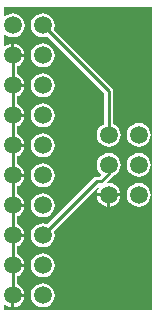
<source format=gtl>
G04 Layer_Physical_Order=1*
G04 Layer_Color=255*
%FSLAX44Y44*%
%MOMM*%
G71*
G01*
G75*
%ADD10C,0.2540*%
%ADD11C,1.5000*%
G36*
X510540Y641350D02*
X384810D01*
Y645641D01*
X386080Y646267D01*
X387367Y645280D01*
X389809Y644268D01*
X391160Y644091D01*
Y654050D01*
X392430D01*
Y655320D01*
X402389D01*
X402212Y656671D01*
X401200Y659113D01*
X399591Y661211D01*
X397493Y662820D01*
X396315Y663308D01*
Y670192D01*
X397493Y670680D01*
X399591Y672289D01*
X401200Y674387D01*
X402212Y676829D01*
X402389Y678180D01*
X392430D01*
Y680720D01*
X402389D01*
X402212Y682071D01*
X401200Y684513D01*
X399591Y686611D01*
X397493Y688220D01*
X396315Y688708D01*
Y695592D01*
X397493Y696080D01*
X399591Y697689D01*
X401200Y699787D01*
X402212Y702229D01*
X402389Y703580D01*
X392430D01*
Y706120D01*
X402389D01*
X402212Y707471D01*
X401200Y709913D01*
X399591Y712011D01*
X397493Y713620D01*
X396315Y714108D01*
Y720992D01*
X397493Y721480D01*
X399591Y723089D01*
X401200Y725187D01*
X402212Y727629D01*
X402389Y728980D01*
X392430D01*
Y731520D01*
X402389D01*
X402212Y732871D01*
X401200Y735313D01*
X399591Y737411D01*
X397493Y739020D01*
X396315Y739508D01*
Y746392D01*
X397493Y746880D01*
X399591Y748489D01*
X401200Y750587D01*
X402212Y753029D01*
X402389Y754380D01*
X392430D01*
Y756920D01*
X402389D01*
X402212Y758271D01*
X401200Y760713D01*
X399591Y762811D01*
X397493Y764420D01*
X396315Y764908D01*
Y771792D01*
X397493Y772280D01*
X399591Y773889D01*
X401200Y775987D01*
X402212Y778429D01*
X402389Y779780D01*
X392430D01*
Y782320D01*
X402389D01*
X402212Y783671D01*
X401200Y786113D01*
X399591Y788211D01*
X397493Y789820D01*
X396315Y790308D01*
Y797192D01*
X397493Y797680D01*
X399591Y799289D01*
X401200Y801387D01*
X402212Y803829D01*
X402389Y805180D01*
X392430D01*
Y807720D01*
X402389D01*
X402212Y809071D01*
X401200Y811513D01*
X399591Y813611D01*
X397493Y815220D01*
X396315Y815708D01*
Y822592D01*
X397493Y823080D01*
X399591Y824689D01*
X401200Y826787D01*
X402212Y829229D01*
X402389Y830580D01*
X392430D01*
Y833120D01*
X402389D01*
X402212Y834471D01*
X401200Y836913D01*
X399591Y839011D01*
X397493Y840620D01*
X396315Y841108D01*
Y847992D01*
X397493Y848480D01*
X399591Y850089D01*
X401200Y852187D01*
X402212Y854629D01*
X402389Y855980D01*
X392430D01*
Y857250D01*
X391160D01*
Y867209D01*
X389809Y867032D01*
X387367Y866020D01*
X386080Y865033D01*
X384810Y865659D01*
Y874241D01*
X386080Y874867D01*
X387367Y873880D01*
X389809Y872868D01*
X392430Y872523D01*
X395051Y872868D01*
X397493Y873880D01*
X399591Y875489D01*
X401200Y877587D01*
X402212Y880029D01*
X402557Y882650D01*
X402212Y885271D01*
X401200Y887713D01*
X399591Y889811D01*
X397493Y891420D01*
X395051Y892432D01*
X392430Y892777D01*
X389809Y892432D01*
X387367Y891420D01*
X386080Y890433D01*
X384810Y891059D01*
Y897890D01*
X510540D01*
Y641350D01*
D02*
G37*
%LPC*%
G36*
X472440Y737870D02*
X463751D01*
X463928Y736519D01*
X464940Y734077D01*
X466549Y731979D01*
X468647Y730370D01*
X471089Y729358D01*
X472440Y729181D01*
Y737870D01*
D02*
G37*
G36*
X499110Y749267D02*
X496489Y748922D01*
X494047Y747910D01*
X491949Y746301D01*
X490340Y744203D01*
X489328Y741761D01*
X488983Y739140D01*
X489328Y736519D01*
X490340Y734077D01*
X491949Y731979D01*
X494047Y730370D01*
X496489Y729358D01*
X499110Y729013D01*
X501731Y729358D01*
X504173Y730370D01*
X506271Y731979D01*
X507880Y734077D01*
X508892Y736519D01*
X509237Y739140D01*
X508892Y741761D01*
X507880Y744203D01*
X506271Y746301D01*
X504173Y747910D01*
X501731Y748922D01*
X499110Y749267D01*
D02*
G37*
G36*
X473710Y774667D02*
X471089Y774322D01*
X468647Y773310D01*
X466549Y771701D01*
X464940Y769603D01*
X463928Y767161D01*
X463583Y764540D01*
X463928Y761919D01*
X464940Y759477D01*
X466549Y757379D01*
X466988Y757042D01*
X467071Y755775D01*
X465751Y754455D01*
X463550D01*
X462063Y754159D01*
X460803Y753317D01*
X421630Y714143D01*
X420451Y714632D01*
X417830Y714977D01*
X415209Y714632D01*
X412767Y713620D01*
X410669Y712011D01*
X409060Y709913D01*
X408048Y707471D01*
X407703Y704850D01*
X408048Y702229D01*
X409060Y699787D01*
X410669Y697689D01*
X412767Y696080D01*
X415209Y695068D01*
X417830Y694723D01*
X420451Y695068D01*
X422893Y696080D01*
X424991Y697689D01*
X426600Y699787D01*
X427612Y702229D01*
X427957Y704850D01*
X427612Y707471D01*
X427123Y708650D01*
X464267Y745794D01*
X464527Y745751D01*
X465071Y744374D01*
X464940Y744203D01*
X463928Y741761D01*
X463751Y740410D01*
X473710D01*
X483669D01*
X483492Y741761D01*
X482480Y744203D01*
X480871Y746301D01*
X478773Y747910D01*
X476331Y748922D01*
X473710Y749267D01*
X473181Y749197D01*
X472620Y750336D01*
X476457Y754173D01*
X477046Y755054D01*
X478773Y755770D01*
X480871Y757379D01*
X482480Y759477D01*
X483492Y761919D01*
X483837Y764540D01*
X483492Y767161D01*
X482480Y769603D01*
X480871Y771701D01*
X478773Y773310D01*
X476331Y774322D01*
X473710Y774667D01*
D02*
G37*
G36*
X483669Y737870D02*
X474980D01*
Y729181D01*
X476331Y729358D01*
X478773Y730370D01*
X480871Y731979D01*
X482480Y734077D01*
X483492Y736519D01*
X483669Y737870D01*
D02*
G37*
G36*
X402389Y652780D02*
X393700D01*
Y644091D01*
X395051Y644268D01*
X397493Y645280D01*
X399591Y646889D01*
X401200Y648987D01*
X402212Y651429D01*
X402389Y652780D01*
D02*
G37*
G36*
X417830Y664177D02*
X415209Y663832D01*
X412767Y662820D01*
X410669Y661211D01*
X409060Y659113D01*
X408048Y656671D01*
X407703Y654050D01*
X408048Y651429D01*
X409060Y648987D01*
X410669Y646889D01*
X412767Y645280D01*
X415209Y644268D01*
X417830Y643923D01*
X420451Y644268D01*
X422893Y645280D01*
X424991Y646889D01*
X426600Y648987D01*
X427612Y651429D01*
X427957Y654050D01*
X427612Y656671D01*
X426600Y659113D01*
X424991Y661211D01*
X422893Y662820D01*
X420451Y663832D01*
X417830Y664177D01*
D02*
G37*
G36*
Y740377D02*
X415209Y740032D01*
X412767Y739020D01*
X410669Y737411D01*
X409060Y735313D01*
X408048Y732871D01*
X407703Y730250D01*
X408048Y727629D01*
X409060Y725187D01*
X410669Y723089D01*
X412767Y721480D01*
X415209Y720468D01*
X417830Y720123D01*
X420451Y720468D01*
X422893Y721480D01*
X424991Y723089D01*
X426600Y725187D01*
X427612Y727629D01*
X427957Y730250D01*
X427612Y732871D01*
X426600Y735313D01*
X424991Y737411D01*
X422893Y739020D01*
X420451Y740032D01*
X417830Y740377D01*
D02*
G37*
G36*
Y689577D02*
X415209Y689232D01*
X412767Y688220D01*
X410669Y686611D01*
X409060Y684513D01*
X408048Y682071D01*
X407703Y679450D01*
X408048Y676829D01*
X409060Y674387D01*
X410669Y672289D01*
X412767Y670680D01*
X415209Y669668D01*
X417830Y669323D01*
X420451Y669668D01*
X422893Y670680D01*
X424991Y672289D01*
X426600Y674387D01*
X427612Y676829D01*
X427957Y679450D01*
X427612Y682071D01*
X426600Y684513D01*
X424991Y686611D01*
X422893Y688220D01*
X420451Y689232D01*
X417830Y689577D01*
D02*
G37*
G36*
Y765777D02*
X415209Y765432D01*
X412767Y764420D01*
X410669Y762811D01*
X409060Y760713D01*
X408048Y758271D01*
X407703Y755650D01*
X408048Y753029D01*
X409060Y750587D01*
X410669Y748489D01*
X412767Y746880D01*
X415209Y745868D01*
X417830Y745523D01*
X420451Y745868D01*
X422893Y746880D01*
X424991Y748489D01*
X426600Y750587D01*
X427612Y753029D01*
X427957Y755650D01*
X427612Y758271D01*
X426600Y760713D01*
X424991Y762811D01*
X422893Y764420D01*
X420451Y765432D01*
X417830Y765777D01*
D02*
G37*
G36*
Y841977D02*
X415209Y841632D01*
X412767Y840620D01*
X410669Y839011D01*
X409060Y836913D01*
X408048Y834471D01*
X407703Y831850D01*
X408048Y829229D01*
X409060Y826787D01*
X410669Y824689D01*
X412767Y823080D01*
X415209Y822068D01*
X417830Y821723D01*
X420451Y822068D01*
X422893Y823080D01*
X424991Y824689D01*
X426600Y826787D01*
X427612Y829229D01*
X427957Y831850D01*
X427612Y834471D01*
X426600Y836913D01*
X424991Y839011D01*
X422893Y840620D01*
X420451Y841632D01*
X417830Y841977D01*
D02*
G37*
G36*
Y816577D02*
X415209Y816232D01*
X412767Y815220D01*
X410669Y813611D01*
X409060Y811513D01*
X408048Y809071D01*
X407703Y806450D01*
X408048Y803829D01*
X409060Y801387D01*
X410669Y799289D01*
X412767Y797680D01*
X415209Y796668D01*
X417830Y796323D01*
X420451Y796668D01*
X422893Y797680D01*
X424991Y799289D01*
X426600Y801387D01*
X427612Y803829D01*
X427957Y806450D01*
X427612Y809071D01*
X426600Y811513D01*
X424991Y813611D01*
X422893Y815220D01*
X420451Y816232D01*
X417830Y816577D01*
D02*
G37*
G36*
X393700Y867209D02*
Y858520D01*
X402389D01*
X402212Y859871D01*
X401200Y862313D01*
X399591Y864411D01*
X397493Y866020D01*
X395051Y867032D01*
X393700Y867209D01*
D02*
G37*
G36*
X417830Y867377D02*
X415209Y867032D01*
X412767Y866020D01*
X410669Y864411D01*
X409060Y862313D01*
X408048Y859871D01*
X407703Y857250D01*
X408048Y854629D01*
X409060Y852187D01*
X410669Y850089D01*
X412767Y848480D01*
X415209Y847468D01*
X417830Y847123D01*
X420451Y847468D01*
X422893Y848480D01*
X424991Y850089D01*
X426600Y852187D01*
X427612Y854629D01*
X427957Y857250D01*
X427612Y859871D01*
X426600Y862313D01*
X424991Y864411D01*
X422893Y866020D01*
X420451Y867032D01*
X417830Y867377D01*
D02*
G37*
G36*
Y791177D02*
X415209Y790832D01*
X412767Y789820D01*
X410669Y788211D01*
X409060Y786113D01*
X408048Y783671D01*
X407703Y781050D01*
X408048Y778429D01*
X409060Y775987D01*
X410669Y773889D01*
X412767Y772280D01*
X415209Y771268D01*
X417830Y770923D01*
X420451Y771268D01*
X422893Y772280D01*
X424991Y773889D01*
X426600Y775987D01*
X427612Y778429D01*
X427957Y781050D01*
X427612Y783671D01*
X426600Y786113D01*
X424991Y788211D01*
X422893Y789820D01*
X420451Y790832D01*
X417830Y791177D01*
D02*
G37*
G36*
X499110Y774667D02*
X496489Y774322D01*
X494047Y773310D01*
X491949Y771701D01*
X490340Y769603D01*
X489328Y767161D01*
X488983Y764540D01*
X489328Y761919D01*
X490340Y759477D01*
X491949Y757379D01*
X494047Y755770D01*
X496489Y754758D01*
X499110Y754413D01*
X501731Y754758D01*
X504173Y755770D01*
X506271Y757379D01*
X507880Y759477D01*
X508892Y761919D01*
X509237Y764540D01*
X508892Y767161D01*
X507880Y769603D01*
X506271Y771701D01*
X504173Y773310D01*
X501731Y774322D01*
X499110Y774667D01*
D02*
G37*
G36*
Y800067D02*
X496489Y799722D01*
X494047Y798710D01*
X491949Y797101D01*
X490340Y795003D01*
X489328Y792561D01*
X488983Y789940D01*
X489328Y787319D01*
X490340Y784877D01*
X491949Y782779D01*
X494047Y781170D01*
X496489Y780158D01*
X499110Y779813D01*
X501731Y780158D01*
X504173Y781170D01*
X506271Y782779D01*
X507880Y784877D01*
X508892Y787319D01*
X509237Y789940D01*
X508892Y792561D01*
X507880Y795003D01*
X506271Y797101D01*
X504173Y798710D01*
X501731Y799722D01*
X499110Y800067D01*
D02*
G37*
G36*
X417830Y892777D02*
X415209Y892432D01*
X412767Y891420D01*
X410669Y889811D01*
X409060Y887713D01*
X408048Y885271D01*
X407703Y882650D01*
X408048Y880029D01*
X409060Y877587D01*
X410669Y875489D01*
X412767Y873880D01*
X415209Y872868D01*
X417830Y872523D01*
X420451Y872868D01*
X421630Y873357D01*
X469825Y825161D01*
Y799198D01*
X468647Y798710D01*
X466549Y797101D01*
X464940Y795003D01*
X463928Y792561D01*
X463583Y789940D01*
X463928Y787319D01*
X464940Y784877D01*
X466549Y782779D01*
X468647Y781170D01*
X471089Y780158D01*
X473710Y779813D01*
X476331Y780158D01*
X478773Y781170D01*
X480871Y782779D01*
X482480Y784877D01*
X483492Y787319D01*
X483837Y789940D01*
X483492Y792561D01*
X482480Y795003D01*
X480871Y797101D01*
X478773Y798710D01*
X477595Y799198D01*
Y826770D01*
X477299Y828257D01*
X476457Y829517D01*
X427123Y878850D01*
X427612Y880029D01*
X427957Y882650D01*
X427612Y885271D01*
X426600Y887713D01*
X424991Y889811D01*
X422893Y891420D01*
X420451Y892432D01*
X417830Y892777D01*
D02*
G37*
%LPD*%
D10*
Y882650D02*
X473710Y826770D01*
X392430Y831850D02*
Y857250D01*
Y654050D02*
Y679450D01*
Y704850D01*
Y730250D01*
Y755650D01*
Y806450D02*
Y831850D01*
Y755650D02*
Y781050D01*
Y806450D01*
X473710Y756920D02*
Y764540D01*
X467360Y750570D02*
X473710Y756920D01*
X463550Y750570D02*
X467360D01*
X417830Y704850D02*
X463550Y750570D01*
X473710Y789940D02*
Y826770D01*
D11*
X499110Y739140D02*
D03*
X473710D02*
D03*
Y789940D02*
D03*
X499110D02*
D03*
Y764540D02*
D03*
X473710D02*
D03*
X417830Y781050D02*
D03*
Y806450D02*
D03*
Y730250D02*
D03*
Y755650D02*
D03*
Y857250D02*
D03*
Y882650D02*
D03*
Y831850D02*
D03*
Y704850D02*
D03*
Y679450D02*
D03*
X392430Y730250D02*
D03*
X417830Y654050D02*
D03*
X392430Y882650D02*
D03*
Y831850D02*
D03*
Y857250D02*
D03*
Y781050D02*
D03*
Y806450D02*
D03*
Y755650D02*
D03*
Y679450D02*
D03*
Y704850D02*
D03*
Y654050D02*
D03*
M02*

</source>
